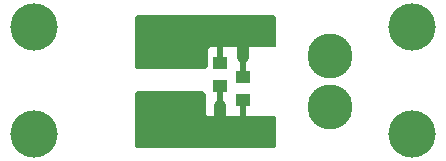
<source format=gbl>
G04*
G04 #@! TF.GenerationSoftware,Altium Limited,Altium Designer,22.5.1 (42)*
G04*
G04 Layer_Physical_Order=2*
G04 Layer_Color=16711680*
%FSLAX44Y44*%
%MOMM*%
G71*
G04*
G04 #@! TF.SameCoordinates,57A0546F-C19F-4D55-9909-ACA7FCB6A21B*
G04*
G04*
G04 #@! TF.FilePolarity,Positive*
G04*
G01*
G75*
%ADD21C,3.8000*%
%ADD22C,4.0000*%
%ADD23C,0.8000*%
%ADD24R,1.2500X1.0000*%
%ADD25C,1.0000*%
%ADD26C,0.5000*%
G36*
X-75000Y-12000D02*
Y-54000D01*
X-75000Y-54597D01*
X-74544Y-55699D01*
X-73700Y-56543D01*
X-72597Y-57000D01*
X-72001D01*
X-72000D01*
X42000D01*
X42597Y-57000D01*
X43699Y-56543D01*
X44543Y-55700D01*
X44999Y-54597D01*
X44999Y-54001D01*
X45000Y-54000D01*
X45000Y-33000D01*
X45000Y-32403D01*
X44543Y-31301D01*
X43699Y-30457D01*
X42597Y-30000D01*
X42000Y-30000D01*
X42000Y-30000D01*
X-12000Y-30000D01*
X-12585Y-29943D01*
X-13667Y-29495D01*
X-14494Y-28667D01*
X-14942Y-27585D01*
X-15000Y-27000D01*
X-15000Y-27000D01*
X-15000Y-12000D01*
X-15000Y-11403D01*
X-15457Y-10301D01*
X-16301Y-9457D01*
X-17403Y-9000D01*
X-18000Y-9000D01*
X-18000Y-9000D01*
X-72000Y-9000D01*
X-72597D01*
X-73699Y-9457D01*
X-74543Y-10301D01*
X-75000Y-11403D01*
X-75000Y-12000D01*
D01*
D02*
G37*
G36*
Y13000D02*
Y52000D01*
Y52597D01*
X-74543Y53699D01*
X-73699Y54543D01*
X-72597Y55000D01*
X-72000D01*
D01*
X42000D01*
X42597D01*
X43699Y54543D01*
X44543Y53699D01*
X45000Y52597D01*
Y52000D01*
D01*
X45000Y31000D01*
Y30403D01*
X44543Y29301D01*
X43699Y28457D01*
X42597Y28000D01*
X42000D01*
D01*
X-10000D01*
X-10585Y27942D01*
X-11667Y27494D01*
X-12494Y26667D01*
X-12942Y25585D01*
X-13000Y25000D01*
Y25000D01*
X-13000Y13000D01*
X-13000Y12403D01*
X-13456Y11300D01*
X-14301Y10456D01*
X-15403Y10000D01*
X-16000Y10000D01*
X-16000D01*
X-72000Y10000D01*
X-72597Y10000D01*
X-73699Y10456D01*
X-74543Y11300D01*
X-75000Y12403D01*
X-75000Y12999D01*
Y13000D01*
D02*
G37*
D21*
X90000Y-22500D02*
D03*
Y21000D02*
D03*
D22*
X160000Y-45000D02*
D03*
Y45000D02*
D03*
X-160000D02*
D03*
Y-45000D02*
D03*
D23*
X-23000Y15000D02*
D03*
X-39000D02*
D03*
X-39000Y23250D02*
D03*
X-31000Y15000D02*
D03*
X-55000D02*
D03*
X-31000Y23250D02*
D03*
X-47000Y15000D02*
D03*
X-55000Y23250D02*
D03*
X-47000D02*
D03*
X-23000D02*
D03*
X-23000Y-22000D02*
D03*
X-31000D02*
D03*
X-39000D02*
D03*
X-47000D02*
D03*
X-55000D02*
D03*
Y-14000D02*
D03*
X-47000D02*
D03*
X-39000D02*
D03*
X-31000D02*
D03*
X-23000D02*
D03*
D24*
X-3000Y-5000D02*
D03*
Y15000D02*
D03*
X17000Y3000D02*
D03*
Y-17000D02*
D03*
D25*
Y20000D02*
Y33000D01*
X-3000Y-35000D02*
Y-22000D01*
D26*
X17000Y3000D02*
Y20000D01*
X-3000Y-22000D02*
Y-5000D01*
Y15000D02*
Y30000D01*
X17000Y-32000D02*
Y-17000D01*
M02*

</source>
